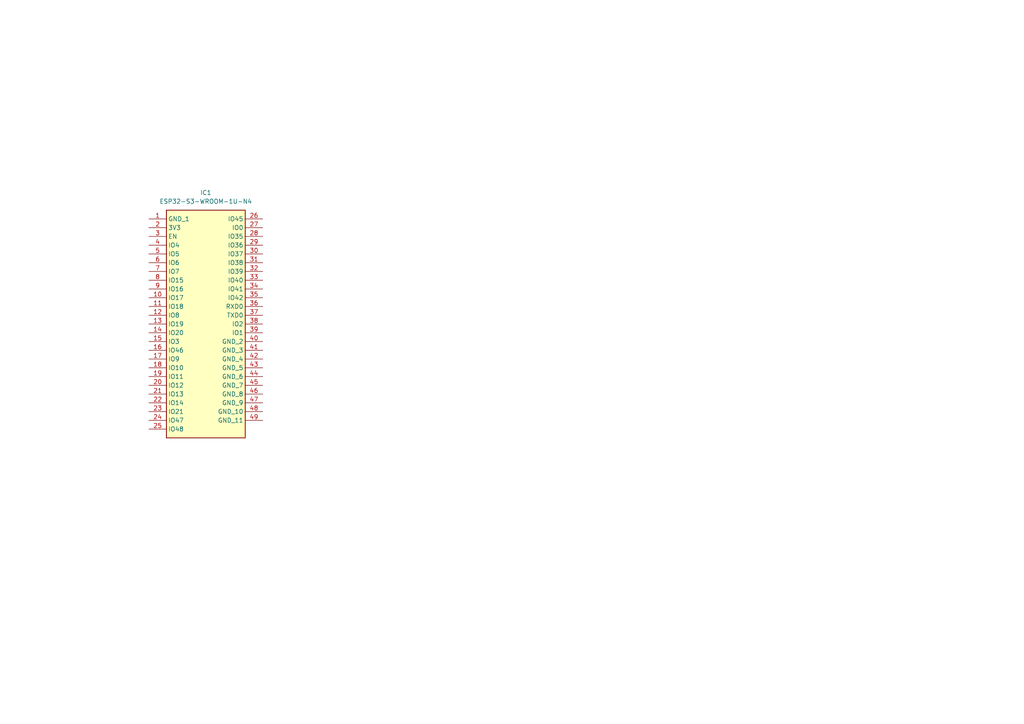
<source format=kicad_sch>
(kicad_sch (version 20230121) (generator eeschema)
  (paper "A4")
  (lib_symbols
    (symbol "ESP32-S3-WROOM-1U-N4:ESP32-S3-WROOM-1U-N4"
      (property "Reference" "IC" (at 29.21 7.62 0))
      (property "Value" "ESP32-S3-WROOM-1U-N4" (at 29.21 5.08 0))
      (symbol "ESP32-S3-WROOM-1U-N4_1_1"
        (rectangle (start 5.08 2.54) (end 27.94 -63.5) (stroke (width 0.254)) (fill (type background)))
        (pin passive line (at 0 0 0) (length 5.08) (name "GND_1") (number "1"))
        (pin passive line (at 0 -22.86 0) (length 5.08) (name "IO17") (number "10"))
        (pin passive line (at 0 -25.4 0) (length 5.08) (name "IO18") (number "11"))
        (pin passive line (at 0 -27.94 0) (length 5.08) (name "IO8") (number "12"))
        (pin passive line (at 0 -30.48 0) (length 5.08) (name "IO19") (number "13"))
        (pin passive line (at 0 -33.02 0) (length 5.08) (name "IO20") (number "14"))
        (pin passive line (at 0 -35.56 0) (length 5.08) (name "IO3") (number "15"))
        (pin passive line (at 0 -38.1 0) (length 5.08) (name "IO46") (number "16"))
        (pin passive line (at 0 -40.64 0) (length 5.08) (name "IO9") (number "17"))
        (pin passive line (at 0 -43.18 0) (length 5.08) (name "IO10") (number "18"))
        (pin passive line (at 0 -45.72 0) (length 5.08) (name "IO11") (number "19"))
        (pin passive line (at 0 -2.54 0) (length 5.08) (name "3V3") (number "2"))
        (pin passive line (at 0 -48.26 0) (length 5.08) (name "IO12") (number "20"))
        (pin passive line (at 0 -50.8 0) (length 5.08) (name "IO13") (number "21"))
        (pin passive line (at 0 -53.34 0) (length 5.08) (name "IO14") (number "22"))
        (pin passive line (at 0 -55.88 0) (length 5.08) (name "IO21") (number "23"))
        (pin passive line (at 0 -58.42 0) (length 5.08) (name "IO47") (number "24"))
        (pin passive line (at 0 -60.96 0) (length 5.08) (name "IO48") (number "25"))
        (pin passive line (at 33.02 0 180) (length 5.08) (name "IO45") (number "26"))
        (pin passive line (at 33.02 -2.54 180) (length 5.08) (name "IO0") (number "27"))
        (pin passive line (at 33.02 -5.08 180) (length 5.08) (name "IO35") (number "28"))
        (pin passive line (at 33.02 -7.62 180) (length 5.08) (name "IO36") (number "29"))
        (pin passive line (at 0 -5.08 0) (length 5.08) (name "EN") (number "3"))
        (pin passive line (at 33.02 -10.16 180) (length 5.08) (name "IO37") (number "30"))
        (pin passive line (at 33.02 -12.7 180) (length 5.08) (name "IO38") (number "31"))
        (pin passive line (at 33.02 -15.24 180) (length 5.08) (name "IO39") (number "32"))
        (pin passive line (at 33.02 -17.78 180) (length 5.08) (name "IO40") (number "33"))
        (pin passive line (at 33.02 -20.32 180) (length 5.08) (name "IO41") (number "34"))
        (pin passive line (at 33.02 -22.86 180) (length 5.08) (name "IO42") (number "35"))
        (pin passive line (at 33.02 -25.4 180) (length 5.08) (name "RXD0") (number "36"))
        (pin passive line (at 33.02 -27.94 180) (length 5.08) (name "TXD0") (number "37"))
        (pin passive line (at 33.02 -30.48 180) (length 5.08) (name "IO2") (number "38"))
        (pin passive line (at 33.02 -33.02 180) (length 5.08) (name "IO1") (number "39"))
        (pin passive line (at 0 -7.62 0) (length 5.08) (name "IO4") (number "4"))
        (pin passive line (at 33.02 -35.56 180) (length 5.08) (name "GND_2") (number "40"))
        (pin passive line (at 33.02 -38.1 180) (length 5.08) (name "GND_3") (number "41"))
        (pin passive line (at 33.02 -40.64 180) (length 5.08) (name "GND_4") (number "42"))
        (pin passive line (at 33.02 -43.18 180) (length 5.08) (name "GND_5") (number "43"))
        (pin passive line (at 33.02 -45.72 180) (length 5.08) (name "GND_6") (number "44"))
        (pin passive line (at 33.02 -48.26 180) (length 5.08) (name "GND_7") (number "45"))
        (pin passive line (at 33.02 -50.8 180) (length 5.08) (name "GND_8") (number "46"))
        (pin passive line (at 33.02 -53.34 180) (length 5.08) (name "GND_9") (number "47"))
        (pin passive line (at 33.02 -55.88 180) (length 5.08) (name "GND_10") (number "48"))
        (pin passive line (at 33.02 -58.42 180) (length 5.08) (name "GND_11") (number "49"))
        (pin passive line (at 0 -10.16 0) (length 5.08) (name "IO5") (number "5"))
        (pin passive line (at 0 -12.7 0) (length 5.08) (name "IO6") (number "6"))
        (pin passive line (at 0 -15.24 0) (length 5.08) (name "IO7") (number "7"))
        (pin passive line (at 0 -17.78 0) (length 5.08) (name "IO15") (number "8"))
        (pin passive line (at 0 -20.32 0) (length 5.08) (name "IO16") (number "9"))
      )
    )
  )
  (symbol (lib_id "ESP32-S3-WROOM-1U-N4:ESP32-S3-WROOM-1U-N4") (at 43.18 63.5 0) (unit 1)
    (property "Reference" "IC1" (at 59.69 55.88 0))
    (property "Value" "ESP32-S3-WROOM-1U-N4" (at 59.69 58.42 0))
    (property "Footprint" "KiCad:ESP32S3WROOM1UN4" (effects hide))
    (property "Datasheet" "https://www.espressif.com/sites/default/files/documentation/esp32-s3-wroom-1_wroom-1u_datasheet_en.pdf" (effects hide))
    (property "Height" "3.35" (effects hide))
    (property "Manufacturer_Name" "Espressif Systems" (effects hide))
    (property "Manufacturer_Part_Number" "ESP32-S3-WROOM-1U-N4" (effects hide))
    (property "Mouser Part Number" "356-ESP32S3WROOM1UN4" (effects hide))
    (property "Mouser Price/Stock" "https://www.mouser.co.uk/ProductDetail/Espressif-Systems/ESP32-S3-WROOM-1U-N4?qs=Li%252BoUPsLEnuzjBt9s26Lmg%3D%3D" (effects hide))
  )
)
</source>
